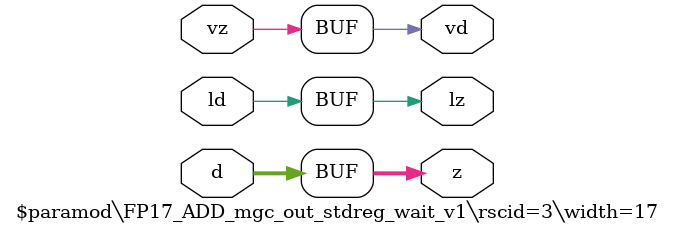
<source format=v>
module \$paramod\FP17_ADD_mgc_out_stdreg_wait_v1\rscid=3\width=17 (ld, vd, d, lz, vz, z);
  (* src = "./vmod/vlibs/HLS_fp17_add.v:47" *)
  input [16:0] d;
  (* src = "./vmod/vlibs/HLS_fp17_add.v:45" *)
  input ld;
  (* src = "./vmod/vlibs/HLS_fp17_add.v:48" *)
  output lz;
  (* src = "./vmod/vlibs/HLS_fp17_add.v:46" *)
  output vd;
  (* src = "./vmod/vlibs/HLS_fp17_add.v:49" *)
  input vz;
  (* src = "./vmod/vlibs/HLS_fp17_add.v:50" *)
  output [16:0] z;
  assign lz = ld;
  assign vd = vz;
  assign z = d;
endmodule

</source>
